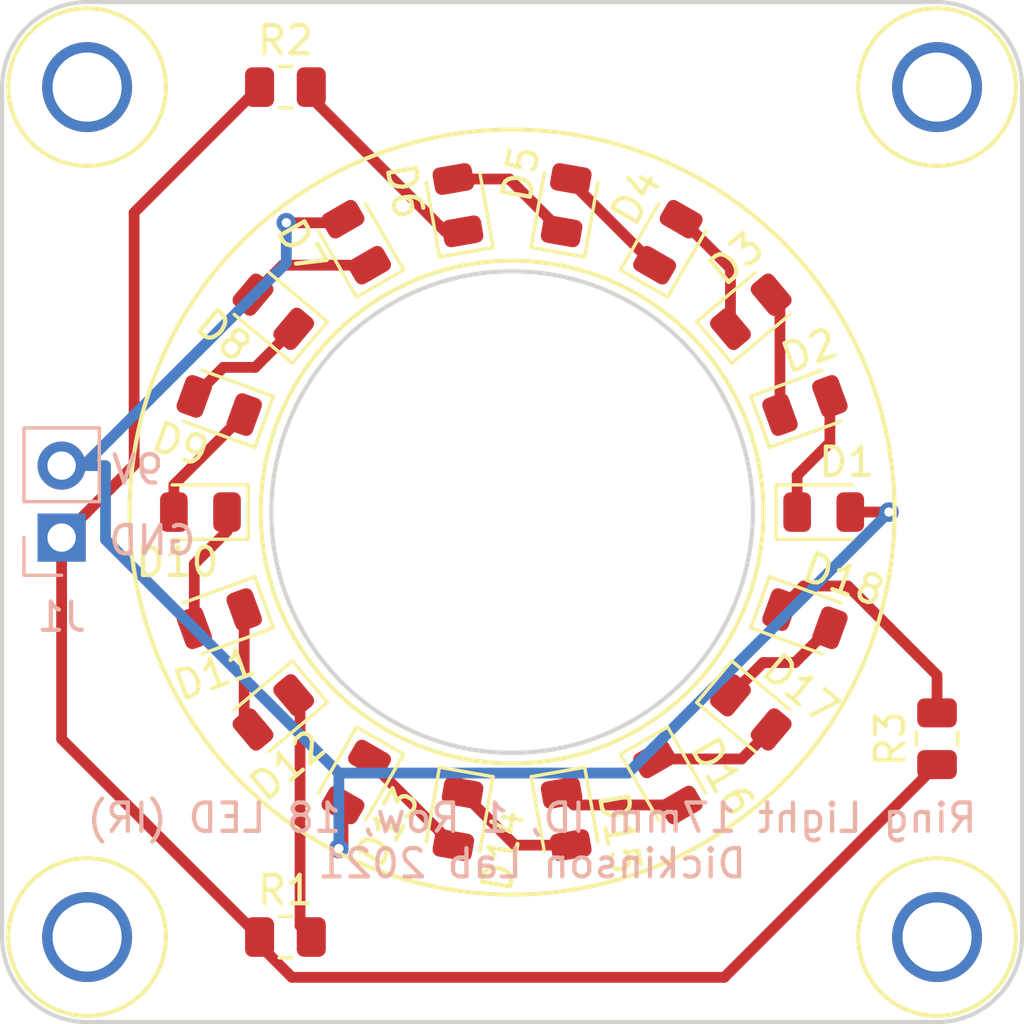
<source format=kicad_pcb>
(kicad_pcb (version 20171130) (host pcbnew 5.1.9-73d0e3b20d~88~ubuntu20.10.1)

  (general
    (thickness 1.6)
    (drawings 18)
    (tracks 71)
    (zones 0)
    (modules 26)
    (nets 21)
  )

  (page A4)
  (layers
    (0 F.Cu signal)
    (31 B.Cu signal)
    (32 B.Adhes user)
    (33 F.Adhes user)
    (34 B.Paste user)
    (35 F.Paste user)
    (36 B.SilkS user)
    (37 F.SilkS user)
    (38 B.Mask user)
    (39 F.Mask user)
    (40 Dwgs.User user)
    (41 Cmts.User user)
    (42 Eco1.User user)
    (43 Eco2.User user)
    (44 Edge.Cuts user)
    (45 Margin user)
    (46 B.CrtYd user)
    (47 F.CrtYd user)
    (48 B.Fab user)
    (49 F.Fab user)
  )

  (setup
    (last_trace_width 0.381)
    (trace_clearance 0.508)
    (zone_clearance 0.508)
    (zone_45_only no)
    (trace_min 0.1524)
    (via_size 0.6858)
    (via_drill 0.3302)
    (via_min_size 0.6858)
    (via_min_drill 0.3302)
    (uvia_size 0.6858)
    (uvia_drill 0.3302)
    (uvias_allowed no)
    (uvia_min_size 0)
    (uvia_min_drill 0)
    (edge_width 0.15)
    (segment_width 0.2)
    (pcb_text_width 0.3)
    (pcb_text_size 1.5 1.5)
    (mod_edge_width 0.15)
    (mod_text_size 1 1)
    (mod_text_width 0.15)
    (pad_size 1.524 1.524)
    (pad_drill 0.762)
    (pad_to_mask_clearance 0.2)
    (solder_mask_min_width 0.25)
    (aux_axis_origin 0 0)
    (visible_elements FFFFFF7F)
    (pcbplotparams
      (layerselection 0x010fc_ffffffff)
      (usegerberextensions false)
      (usegerberattributes false)
      (usegerberadvancedattributes false)
      (creategerberjobfile false)
      (excludeedgelayer true)
      (linewidth 0.100000)
      (plotframeref false)
      (viasonmask false)
      (mode 1)
      (useauxorigin false)
      (hpglpennumber 1)
      (hpglpenspeed 20)
      (hpglpendiameter 15.000000)
      (psnegative false)
      (psa4output false)
      (plotreference true)
      (plotvalue true)
      (plotinvisibletext false)
      (padsonsilk false)
      (subtractmaskfromsilk false)
      (outputformat 1)
      (mirror false)
      (drillshape 0)
      (scaleselection 1)
      (outputdirectory "gerber_v0p1/"))
  )

  (net 0 "")
  (net 1 "Net-(D1-Pad1)")
  (net 2 "Net-(D1-Pad2)")
  (net 3 "Net-(D2-Pad1)")
  (net 4 "Net-(D3-Pad1)")
  (net 5 "Net-(D4-Pad1)")
  (net 6 "Net-(D5-Pad1)")
  (net 7 "Net-(D6-Pad1)")
  (net 8 "Net-(D7-Pad1)")
  (net 9 "Net-(D8-Pad1)")
  (net 10 "Net-(D10-Pad2)")
  (net 11 "Net-(D10-Pad1)")
  (net 12 "Net-(D11-Pad1)")
  (net 13 "Net-(D12-Pad1)")
  (net 14 "Net-(D13-Pad1)")
  (net 15 "Net-(D14-Pad1)")
  (net 16 "Net-(D15-Pad1)")
  (net 17 "Net-(D16-Pad1)")
  (net 18 "Net-(D17-Pad1)")
  (net 19 "Net-(D18-Pad1)")
  (net 20 GND)

  (net_class Default "This is the default net class."
    (clearance 0.508)
    (trace_width 0.381)
    (via_dia 0.6858)
    (via_drill 0.3302)
    (uvia_dia 0.6858)
    (uvia_drill 0.3302)
    (add_net GND)
    (add_net "Net-(D1-Pad1)")
    (add_net "Net-(D1-Pad2)")
    (add_net "Net-(D10-Pad1)")
    (add_net "Net-(D10-Pad2)")
    (add_net "Net-(D11-Pad1)")
    (add_net "Net-(D12-Pad1)")
    (add_net "Net-(D13-Pad1)")
    (add_net "Net-(D14-Pad1)")
    (add_net "Net-(D15-Pad1)")
    (add_net "Net-(D16-Pad1)")
    (add_net "Net-(D17-Pad1)")
    (add_net "Net-(D18-Pad1)")
    (add_net "Net-(D2-Pad1)")
    (add_net "Net-(D3-Pad1)")
    (add_net "Net-(D4-Pad1)")
    (add_net "Net-(D5-Pad1)")
    (add_net "Net-(D6-Pad1)")
    (add_net "Net-(D7-Pad1)")
    (add_net "Net-(D8-Pad1)")
  )

  (module mount_hole_4-40:MOUNT_HOLE_4-40 (layer F.Cu) (tedit 5B1171D5) (tstamp 614184CE)
    (at 35.8 65.8)
    (fp_text reference M4 (at 0 2.54) (layer F.SilkS) hide
      (effects (font (size 1.016 1.016) (thickness 0.2032)))
    )
    (fp_text value MOUNT_HOLE_4-40 (at 0 -2.794) (layer F.Fab) hide
      (effects (font (size 1.016 1.016) (thickness 0.2032)))
    )
    (pad 1 thru_hole circle (at 0 0) (size 3.175 3.175) (drill 2.4384) (layers *.Cu *.Mask))
  )

  (module mount_hole_4-40:MOUNT_HOLE_4-40 (layer F.Cu) (tedit 5B1171D5) (tstamp 614184BD)
    (at 65.8 65.8)
    (fp_text reference M3 (at 0 2.54) (layer F.SilkS) hide
      (effects (font (size 1.016 1.016) (thickness 0.2032)))
    )
    (fp_text value MOUNT_HOLE_4-40 (at 0 -2.794) (layer F.Fab) hide
      (effects (font (size 1.016 1.016) (thickness 0.2032)))
    )
    (pad 1 thru_hole circle (at 0 0) (size 3.175 3.175) (drill 2.4384) (layers *.Cu *.Mask))
  )

  (module mount_hole_4-40:MOUNT_HOLE_4-40 (layer F.Cu) (tedit 5B1171D5) (tstamp 614184AC)
    (at 65.8 35.8)
    (fp_text reference M2 (at 0 2.54) (layer F.SilkS) hide
      (effects (font (size 1.016 1.016) (thickness 0.2032)))
    )
    (fp_text value MOUNT_HOLE_4-40 (at 0 -2.794) (layer F.Fab) hide
      (effects (font (size 1.016 1.016) (thickness 0.2032)))
    )
    (pad 1 thru_hole circle (at 0 0) (size 3.175 3.175) (drill 2.4384) (layers *.Cu *.Mask))
  )

  (module mount_hole_4-40:MOUNT_HOLE_4-40 (layer F.Cu) (tedit 5B1171D5) (tstamp 6141849B)
    (at 35.8 35.8)
    (fp_text reference M1 (at 0 2.54) (layer F.SilkS) hide
      (effects (font (size 1.016 1.016) (thickness 0.2032)))
    )
    (fp_text value MOUNT_HOLE_4-40 (at 0 -2.794) (layer F.Fab) hide
      (effects (font (size 1.016 1.016) (thickness 0.2032)))
    )
    (pad 1 thru_hole circle (at 0 0) (size 3.175 3.175) (drill 2.4384) (layers *.Cu *.Mask))
  )

  (module LED_SMD:LED_0805_2012Metric (layer F.Cu) (tedit 5F68FEF1) (tstamp 61417DA3)
    (at 61.8 50.8)
    (descr "LED SMD 0805 (2012 Metric), square (rectangular) end terminal, IPC_7351 nominal, (Body size source: https://docs.google.com/spreadsheets/d/1BsfQQcO9C6DZCsRaXUlFlo91Tg2WpOkGARC1WS5S8t0/edit?usp=sharing), generated with kicad-footprint-generator")
    (tags LED)
    (path /5B089FC0)
    (attr smd)
    (fp_text reference D1 (at 0.813675 -1.765566) (layer F.SilkS)
      (effects (font (size 1 1) (thickness 0.15)))
    )
    (fp_text value LED (at 0 1.65) (layer F.Fab) hide
      (effects (font (size 1 1) (thickness 0.15)))
    )
    (fp_line (start 1.68 0.95) (end -1.68 0.95) (layer F.CrtYd) (width 0.05))
    (fp_line (start 1.68 -0.95) (end 1.68 0.95) (layer F.CrtYd) (width 0.05))
    (fp_line (start -1.68 -0.95) (end 1.68 -0.95) (layer F.CrtYd) (width 0.05))
    (fp_line (start -1.68 0.95) (end -1.68 -0.95) (layer F.CrtYd) (width 0.05))
    (fp_line (start -1.685 0.96) (end 1 0.96) (layer F.SilkS) (width 0.12))
    (fp_line (start -1.685 -0.96) (end -1.685 0.96) (layer F.SilkS) (width 0.12))
    (fp_line (start 1 -0.96) (end -1.685 -0.96) (layer F.SilkS) (width 0.12))
    (fp_line (start 1 0.6) (end 1 -0.6) (layer F.Fab) (width 0.1))
    (fp_line (start -1 0.6) (end 1 0.6) (layer F.Fab) (width 0.1))
    (fp_line (start -1 -0.3) (end -1 0.6) (layer F.Fab) (width 0.1))
    (fp_line (start -0.7 -0.6) (end -1 -0.3) (layer F.Fab) (width 0.1))
    (fp_line (start 1 -0.6) (end -0.7 -0.6) (layer F.Fab) (width 0.1))
    (fp_text user %R (at 0 0) (layer F.Fab)
      (effects (font (size 0.5 0.5) (thickness 0.08)))
    )
    (pad 1 smd roundrect (at -0.9375 0) (size 0.975 1.4) (layers F.Cu F.Paste F.Mask) (roundrect_rratio 0.25)
      (net 1 "Net-(D1-Pad1)"))
    (pad 2 smd roundrect (at 0.9375 0) (size 0.975 1.4) (layers F.Cu F.Paste F.Mask) (roundrect_rratio 0.25)
      (net 2 "Net-(D1-Pad2)"))
    (model ${KISYS3DMOD}/LED_SMD.3dshapes/LED_0805_2012Metric.wrl
      (at (xyz 0 0 0))
      (scale (xyz 1 1 1))
      (rotate (xyz 0 0 0))
    )
  )

  (module LED_SMD:LED_0805_2012Metric (layer F.Cu) (tedit 5F68FEF1) (tstamp 61417DB6)
    (at 61.1366 47.0378 20)
    (descr "LED SMD 0805 (2012 Metric), square (rectangular) end terminal, IPC_7351 nominal, (Body size source: https://docs.google.com/spreadsheets/d/1BsfQQcO9C6DZCsRaXUlFlo91Tg2WpOkGARC1WS5S8t0/edit?usp=sharing), generated with kicad-footprint-generator")
    (tags LED)
    (path /5B08B467)
    (attr smd)
    (fp_text reference D2 (at 0.813676 -1.765566 20) (layer F.SilkS)
      (effects (font (size 1 1) (thickness 0.15)))
    )
    (fp_text value LED (at 0 1.65 20) (layer F.Fab) hide
      (effects (font (size 1 1) (thickness 0.15)))
    )
    (fp_line (start 1 -0.6) (end -0.7 -0.6) (layer F.Fab) (width 0.1))
    (fp_line (start -0.7 -0.6) (end -1 -0.3) (layer F.Fab) (width 0.1))
    (fp_line (start -1 -0.3) (end -1 0.6) (layer F.Fab) (width 0.1))
    (fp_line (start -1 0.6) (end 1 0.6) (layer F.Fab) (width 0.1))
    (fp_line (start 1 0.6) (end 1 -0.6) (layer F.Fab) (width 0.1))
    (fp_line (start 1 -0.96) (end -1.685 -0.96) (layer F.SilkS) (width 0.12))
    (fp_line (start -1.685 -0.96) (end -1.685 0.96) (layer F.SilkS) (width 0.12))
    (fp_line (start -1.685 0.96) (end 1 0.96) (layer F.SilkS) (width 0.12))
    (fp_line (start -1.68 0.95) (end -1.68 -0.95) (layer F.CrtYd) (width 0.05))
    (fp_line (start -1.68 -0.95) (end 1.68 -0.95) (layer F.CrtYd) (width 0.05))
    (fp_line (start 1.68 -0.95) (end 1.68 0.95) (layer F.CrtYd) (width 0.05))
    (fp_line (start 1.68 0.95) (end -1.68 0.95) (layer F.CrtYd) (width 0.05))
    (fp_text user %R (at 0 0 20) (layer F.Fab)
      (effects (font (size 0.5 0.5) (thickness 0.08)))
    )
    (pad 2 smd roundrect (at 0.9375 0 20) (size 0.975 1.4) (layers F.Cu F.Paste F.Mask) (roundrect_rratio 0.25)
      (net 1 "Net-(D1-Pad1)"))
    (pad 1 smd roundrect (at -0.9375 0 20) (size 0.975 1.4) (layers F.Cu F.Paste F.Mask) (roundrect_rratio 0.25)
      (net 3 "Net-(D2-Pad1)"))
    (model ${KISYS3DMOD}/LED_SMD.3dshapes/LED_0805_2012Metric.wrl
      (at (xyz 0 0 0))
      (scale (xyz 1 1 1))
      (rotate (xyz 0 0 0))
    )
  )

  (module LED_SMD:LED_0805_2012Metric (layer F.Cu) (tedit 5F68FEF1) (tstamp 61417DC9)
    (at 59.2265 43.7293 40)
    (descr "LED SMD 0805 (2012 Metric), square (rectangular) end terminal, IPC_7351 nominal, (Body size source: https://docs.google.com/spreadsheets/d/1BsfQQcO9C6DZCsRaXUlFlo91Tg2WpOkGARC1WS5S8t0/edit?usp=sharing), generated with kicad-footprint-generator")
    (tags LED)
    (path /5B08B4C1)
    (attr smd)
    (fp_text reference D3 (at 0.813676 -1.765566 40) (layer F.SilkS)
      (effects (font (size 1 1) (thickness 0.15)))
    )
    (fp_text value LED (at 0 1.65 40) (layer F.Fab) hide
      (effects (font (size 1 1) (thickness 0.15)))
    )
    (fp_line (start 1.68 0.95) (end -1.68 0.95) (layer F.CrtYd) (width 0.05))
    (fp_line (start 1.68 -0.95) (end 1.68 0.95) (layer F.CrtYd) (width 0.05))
    (fp_line (start -1.68 -0.95) (end 1.68 -0.95) (layer F.CrtYd) (width 0.05))
    (fp_line (start -1.68 0.95) (end -1.68 -0.95) (layer F.CrtYd) (width 0.05))
    (fp_line (start -1.685 0.96) (end 1 0.96) (layer F.SilkS) (width 0.12))
    (fp_line (start -1.685 -0.96) (end -1.685 0.96) (layer F.SilkS) (width 0.12))
    (fp_line (start 1 -0.96) (end -1.685 -0.96) (layer F.SilkS) (width 0.12))
    (fp_line (start 1 0.6) (end 1 -0.6) (layer F.Fab) (width 0.1))
    (fp_line (start -1 0.6) (end 1 0.6) (layer F.Fab) (width 0.1))
    (fp_line (start -1 -0.3) (end -1 0.6) (layer F.Fab) (width 0.1))
    (fp_line (start -0.7 -0.6) (end -1 -0.3) (layer F.Fab) (width 0.1))
    (fp_line (start 1 -0.6) (end -0.7 -0.6) (layer F.Fab) (width 0.1))
    (fp_text user %R (at 0 0 40) (layer F.Fab)
      (effects (font (size 0.5 0.5) (thickness 0.08)))
    )
    (pad 1 smd roundrect (at -0.9375 0 40) (size 0.975 1.4) (layers F.Cu F.Paste F.Mask) (roundrect_rratio 0.25)
      (net 4 "Net-(D3-Pad1)"))
    (pad 2 smd roundrect (at 0.9375 0 40) (size 0.975 1.4) (layers F.Cu F.Paste F.Mask) (roundrect_rratio 0.25)
      (net 3 "Net-(D2-Pad1)"))
    (model ${KISYS3DMOD}/LED_SMD.3dshapes/LED_0805_2012Metric.wrl
      (at (xyz 0 0 0))
      (scale (xyz 1 1 1))
      (rotate (xyz 0 0 0))
    )
  )

  (module LED_SMD:LED_0805_2012Metric (layer F.Cu) (tedit 5F68FEF1) (tstamp 61417DDC)
    (at 56.3 41.2737 60)
    (descr "LED SMD 0805 (2012 Metric), square (rectangular) end terminal, IPC_7351 nominal, (Body size source: https://docs.google.com/spreadsheets/d/1BsfQQcO9C6DZCsRaXUlFlo91Tg2WpOkGARC1WS5S8t0/edit?usp=sharing), generated with kicad-footprint-generator")
    (tags LED)
    (path /5B08B4C7)
    (attr smd)
    (fp_text reference D4 (at 0.813676 -1.765566 60) (layer F.SilkS)
      (effects (font (size 1 1) (thickness 0.15)))
    )
    (fp_text value LED (at 0 1.65 60) (layer F.Fab) hide
      (effects (font (size 1 1) (thickness 0.15)))
    )
    (fp_line (start 1 -0.6) (end -0.7 -0.6) (layer F.Fab) (width 0.1))
    (fp_line (start -0.7 -0.6) (end -1 -0.3) (layer F.Fab) (width 0.1))
    (fp_line (start -1 -0.3) (end -1 0.6) (layer F.Fab) (width 0.1))
    (fp_line (start -1 0.6) (end 1 0.6) (layer F.Fab) (width 0.1))
    (fp_line (start 1 0.6) (end 1 -0.6) (layer F.Fab) (width 0.1))
    (fp_line (start 1 -0.96) (end -1.685 -0.96) (layer F.SilkS) (width 0.12))
    (fp_line (start -1.685 -0.96) (end -1.685 0.96) (layer F.SilkS) (width 0.12))
    (fp_line (start -1.685 0.96) (end 1 0.96) (layer F.SilkS) (width 0.12))
    (fp_line (start -1.68 0.95) (end -1.68 -0.95) (layer F.CrtYd) (width 0.05))
    (fp_line (start -1.68 -0.95) (end 1.68 -0.95) (layer F.CrtYd) (width 0.05))
    (fp_line (start 1.68 -0.95) (end 1.68 0.95) (layer F.CrtYd) (width 0.05))
    (fp_line (start 1.68 0.95) (end -1.68 0.95) (layer F.CrtYd) (width 0.05))
    (fp_text user %R (at 0 0 60) (layer F.Fab)
      (effects (font (size 0.5 0.5) (thickness 0.08)))
    )
    (pad 2 smd roundrect (at 0.9375 0 60) (size 0.975 1.4) (layers F.Cu F.Paste F.Mask) (roundrect_rratio 0.25)
      (net 4 "Net-(D3-Pad1)"))
    (pad 1 smd roundrect (at -0.9375 0 60) (size 0.975 1.4) (layers F.Cu F.Paste F.Mask) (roundrect_rratio 0.25)
      (net 5 "Net-(D4-Pad1)"))
    (model ${KISYS3DMOD}/LED_SMD.3dshapes/LED_0805_2012Metric.wrl
      (at (xyz 0 0 0))
      (scale (xyz 1 1 1))
      (rotate (xyz 0 0 0))
    )
  )

  (module LED_SMD:LED_0805_2012Metric (layer F.Cu) (tedit 5F68FEF1) (tstamp 61417DEF)
    (at 52.7101 39.9671 80)
    (descr "LED SMD 0805 (2012 Metric), square (rectangular) end terminal, IPC_7351 nominal, (Body size source: https://docs.google.com/spreadsheets/d/1BsfQQcO9C6DZCsRaXUlFlo91Tg2WpOkGARC1WS5S8t0/edit?usp=sharing), generated with kicad-footprint-generator")
    (tags LED)
    (path /5B08B749)
    (attr smd)
    (fp_text reference D5 (at 0.813675 -1.765565 80) (layer F.SilkS)
      (effects (font (size 1 1) (thickness 0.15)))
    )
    (fp_text value LED (at 0 1.65 80) (layer F.Fab) hide
      (effects (font (size 1 1) (thickness 0.15)))
    )
    (fp_line (start 1.68 0.95) (end -1.68 0.95) (layer F.CrtYd) (width 0.05))
    (fp_line (start 1.68 -0.95) (end 1.68 0.95) (layer F.CrtYd) (width 0.05))
    (fp_line (start -1.68 -0.95) (end 1.68 -0.95) (layer F.CrtYd) (width 0.05))
    (fp_line (start -1.68 0.95) (end -1.68 -0.95) (layer F.CrtYd) (width 0.05))
    (fp_line (start -1.685 0.96) (end 1 0.96) (layer F.SilkS) (width 0.12))
    (fp_line (start -1.685 -0.96) (end -1.685 0.96) (layer F.SilkS) (width 0.12))
    (fp_line (start 1 -0.96) (end -1.685 -0.96) (layer F.SilkS) (width 0.12))
    (fp_line (start 1 0.6) (end 1 -0.6) (layer F.Fab) (width 0.1))
    (fp_line (start -1 0.6) (end 1 0.6) (layer F.Fab) (width 0.1))
    (fp_line (start -1 -0.3) (end -1 0.6) (layer F.Fab) (width 0.1))
    (fp_line (start -0.7 -0.6) (end -1 -0.3) (layer F.Fab) (width 0.1))
    (fp_line (start 1 -0.6) (end -0.7 -0.6) (layer F.Fab) (width 0.1))
    (fp_text user %R (at 0 0 80) (layer F.Fab)
      (effects (font (size 0.5 0.5) (thickness 0.08)))
    )
    (pad 1 smd roundrect (at -0.9375 0 80) (size 0.975 1.4) (layers F.Cu F.Paste F.Mask) (roundrect_rratio 0.25)
      (net 6 "Net-(D5-Pad1)"))
    (pad 2 smd roundrect (at 0.9375 0 80) (size 0.975 1.4) (layers F.Cu F.Paste F.Mask) (roundrect_rratio 0.25)
      (net 5 "Net-(D4-Pad1)"))
    (model ${KISYS3DMOD}/LED_SMD.3dshapes/LED_0805_2012Metric.wrl
      (at (xyz 0 0 0))
      (scale (xyz 1 1 1))
      (rotate (xyz 0 0 0))
    )
  )

  (module LED_SMD:LED_0805_2012Metric (layer F.Cu) (tedit 5F68FEF1) (tstamp 61417E02)
    (at 48.8899 39.9671 100)
    (descr "LED SMD 0805 (2012 Metric), square (rectangular) end terminal, IPC_7351 nominal, (Body size source: https://docs.google.com/spreadsheets/d/1BsfQQcO9C6DZCsRaXUlFlo91Tg2WpOkGARC1WS5S8t0/edit?usp=sharing), generated with kicad-footprint-generator")
    (tags LED)
    (path /5B08B74F)
    (attr smd)
    (fp_text reference D6 (at 0.813676 -1.765567 100) (layer F.SilkS)
      (effects (font (size 1 1) (thickness 0.15)))
    )
    (fp_text value LED (at 0 1.65 100) (layer F.Fab) hide
      (effects (font (size 1 1) (thickness 0.15)))
    )
    (fp_line (start 1 -0.6) (end -0.7 -0.6) (layer F.Fab) (width 0.1))
    (fp_line (start -0.7 -0.6) (end -1 -0.3) (layer F.Fab) (width 0.1))
    (fp_line (start -1 -0.3) (end -1 0.6) (layer F.Fab) (width 0.1))
    (fp_line (start -1 0.6) (end 1 0.6) (layer F.Fab) (width 0.1))
    (fp_line (start 1 0.6) (end 1 -0.6) (layer F.Fab) (width 0.1))
    (fp_line (start 1 -0.96) (end -1.685 -0.96) (layer F.SilkS) (width 0.12))
    (fp_line (start -1.685 -0.96) (end -1.685 0.96) (layer F.SilkS) (width 0.12))
    (fp_line (start -1.685 0.96) (end 1 0.96) (layer F.SilkS) (width 0.12))
    (fp_line (start -1.68 0.95) (end -1.68 -0.95) (layer F.CrtYd) (width 0.05))
    (fp_line (start -1.68 -0.95) (end 1.68 -0.95) (layer F.CrtYd) (width 0.05))
    (fp_line (start 1.68 -0.95) (end 1.68 0.95) (layer F.CrtYd) (width 0.05))
    (fp_line (start 1.68 0.95) (end -1.68 0.95) (layer F.CrtYd) (width 0.05))
    (fp_text user %R (at 0 0 100) (layer F.Fab)
      (effects (font (size 0.5 0.5) (thickness 0.08)))
    )
    (pad 2 smd roundrect (at 0.9375 0 100) (size 0.975 1.4) (layers F.Cu F.Paste F.Mask) (roundrect_rratio 0.25)
      (net 6 "Net-(D5-Pad1)"))
    (pad 1 smd roundrect (at -0.9375 0 100) (size 0.975 1.4) (layers F.Cu F.Paste F.Mask) (roundrect_rratio 0.25)
      (net 7 "Net-(D6-Pad1)"))
    (model ${KISYS3DMOD}/LED_SMD.3dshapes/LED_0805_2012Metric.wrl
      (at (xyz 0 0 0))
      (scale (xyz 1 1 1))
      (rotate (xyz 0 0 0))
    )
  )

  (module LED_SMD:LED_0805_2012Metric (layer F.Cu) (tedit 5F68FEF1) (tstamp 61417E15)
    (at 45.3 41.2737 120)
    (descr "LED SMD 0805 (2012 Metric), square (rectangular) end terminal, IPC_7351 nominal, (Body size source: https://docs.google.com/spreadsheets/d/1BsfQQcO9C6DZCsRaXUlFlo91Tg2WpOkGARC1WS5S8t0/edit?usp=sharing), generated with kicad-footprint-generator")
    (tags LED)
    (path /5B08B755)
    (attr smd)
    (fp_text reference D7 (at 0.813676 -1.765566 120) (layer F.SilkS)
      (effects (font (size 1 1) (thickness 0.15)))
    )
    (fp_text value LED (at 0 1.65 120) (layer F.Fab) hide
      (effects (font (size 1 1) (thickness 0.15)))
    )
    (fp_line (start 1.68 0.95) (end -1.68 0.95) (layer F.CrtYd) (width 0.05))
    (fp_line (start 1.68 -0.95) (end 1.68 0.95) (layer F.CrtYd) (width 0.05))
    (fp_line (start -1.68 -0.95) (end 1.68 -0.95) (layer F.CrtYd) (width 0.05))
    (fp_line (start -1.68 0.95) (end -1.68 -0.95) (layer F.CrtYd) (width 0.05))
    (fp_line (start -1.685 0.96) (end 1 0.96) (layer F.SilkS) (width 0.12))
    (fp_line (start -1.685 -0.96) (end -1.685 0.96) (layer F.SilkS) (width 0.12))
    (fp_line (start 1 -0.96) (end -1.685 -0.96) (layer F.SilkS) (width 0.12))
    (fp_line (start 1 0.6) (end 1 -0.6) (layer F.Fab) (width 0.1))
    (fp_line (start -1 0.6) (end 1 0.6) (layer F.Fab) (width 0.1))
    (fp_line (start -1 -0.3) (end -1 0.6) (layer F.Fab) (width 0.1))
    (fp_line (start -0.7 -0.6) (end -1 -0.3) (layer F.Fab) (width 0.1))
    (fp_line (start 1 -0.6) (end -0.7 -0.6) (layer F.Fab) (width 0.1))
    (fp_text user %R (at 0 0 120) (layer F.Fab)
      (effects (font (size 0.5 0.5) (thickness 0.08)))
    )
    (pad 1 smd roundrect (at -0.9375 0 120) (size 0.975 1.4) (layers F.Cu F.Paste F.Mask) (roundrect_rratio 0.25)
      (net 8 "Net-(D7-Pad1)"))
    (pad 2 smd roundrect (at 0.9375 0 120) (size 0.975 1.4) (layers F.Cu F.Paste F.Mask) (roundrect_rratio 0.25)
      (net 2 "Net-(D1-Pad2)"))
    (model ${KISYS3DMOD}/LED_SMD.3dshapes/LED_0805_2012Metric.wrl
      (at (xyz 0 0 0))
      (scale (xyz 1 1 1))
      (rotate (xyz 0 0 0))
    )
  )

  (module LED_SMD:LED_0805_2012Metric (layer F.Cu) (tedit 5F68FEF1) (tstamp 61417E28)
    (at 42.3735 43.7293 140)
    (descr "LED SMD 0805 (2012 Metric), square (rectangular) end terminal, IPC_7351 nominal, (Body size source: https://docs.google.com/spreadsheets/d/1BsfQQcO9C6DZCsRaXUlFlo91Tg2WpOkGARC1WS5S8t0/edit?usp=sharing), generated with kicad-footprint-generator")
    (tags LED)
    (path /5B08B75B)
    (attr smd)
    (fp_text reference D8 (at 0.813676 -1.765566 140) (layer F.SilkS)
      (effects (font (size 1 1) (thickness 0.15)))
    )
    (fp_text value LED (at 0 1.65 140) (layer F.Fab) hide
      (effects (font (size 1 1) (thickness 0.15)))
    )
    (fp_line (start 1 -0.6) (end -0.7 -0.6) (layer F.Fab) (width 0.1))
    (fp_line (start -0.7 -0.6) (end -1 -0.3) (layer F.Fab) (width 0.1))
    (fp_line (start -1 -0.3) (end -1 0.6) (layer F.Fab) (width 0.1))
    (fp_line (start -1 0.6) (end 1 0.6) (layer F.Fab) (width 0.1))
    (fp_line (start 1 0.6) (end 1 -0.6) (layer F.Fab) (width 0.1))
    (fp_line (start 1 -0.96) (end -1.685 -0.96) (layer F.SilkS) (width 0.12))
    (fp_line (start -1.685 -0.96) (end -1.685 0.96) (layer F.SilkS) (width 0.12))
    (fp_line (start -1.685 0.96) (end 1 0.96) (layer F.SilkS) (width 0.12))
    (fp_line (start -1.68 0.95) (end -1.68 -0.95) (layer F.CrtYd) (width 0.05))
    (fp_line (start -1.68 -0.95) (end 1.68 -0.95) (layer F.CrtYd) (width 0.05))
    (fp_line (start 1.68 -0.95) (end 1.68 0.95) (layer F.CrtYd) (width 0.05))
    (fp_line (start 1.68 0.95) (end -1.68 0.95) (layer F.CrtYd) (width 0.05))
    (fp_text user %R (at 0 0 140) (layer F.Fab)
      (effects (font (size 0.5 0.5) (thickness 0.08)))
    )
    (pad 2 smd roundrect (at 0.9375 0 140) (size 0.975 1.4) (layers F.Cu F.Paste F.Mask) (roundrect_rratio 0.25)
      (net 8 "Net-(D7-Pad1)"))
    (pad 1 smd roundrect (at -0.9375 0 140) (size 0.975 1.4) (layers F.Cu F.Paste F.Mask) (roundrect_rratio 0.25)
      (net 9 "Net-(D8-Pad1)"))
    (model ${KISYS3DMOD}/LED_SMD.3dshapes/LED_0805_2012Metric.wrl
      (at (xyz 0 0 0))
      (scale (xyz 1 1 1))
      (rotate (xyz 0 0 0))
    )
  )

  (module LED_SMD:LED_0805_2012Metric (layer F.Cu) (tedit 5F68FEF1) (tstamp 61417E3B)
    (at 40.4634 47.0378 160)
    (descr "LED SMD 0805 (2012 Metric), square (rectangular) end terminal, IPC_7351 nominal, (Body size source: https://docs.google.com/spreadsheets/d/1BsfQQcO9C6DZCsRaXUlFlo91Tg2WpOkGARC1WS5S8t0/edit?usp=sharing), generated with kicad-footprint-generator")
    (tags LED)
    (path /5B08B9F6)
    (attr smd)
    (fp_text reference D9 (at 0.813677 -1.765565 160) (layer F.SilkS)
      (effects (font (size 1 1) (thickness 0.15)))
    )
    (fp_text value LED (at 0 1.65 160) (layer F.Fab) hide
      (effects (font (size 1 1) (thickness 0.15)))
    )
    (fp_line (start 1.68 0.95) (end -1.68 0.95) (layer F.CrtYd) (width 0.05))
    (fp_line (start 1.68 -0.95) (end 1.68 0.95) (layer F.CrtYd) (width 0.05))
    (fp_line (start -1.68 -0.95) (end 1.68 -0.95) (layer F.CrtYd) (width 0.05))
    (fp_line (start -1.68 0.95) (end -1.68 -0.95) (layer F.CrtYd) (width 0.05))
    (fp_line (start -1.685 0.96) (end 1 0.96) (layer F.SilkS) (width 0.12))
    (fp_line (start -1.685 -0.96) (end -1.685 0.96) (layer F.SilkS) (width 0.12))
    (fp_line (start 1 -0.96) (end -1.685 -0.96) (layer F.SilkS) (width 0.12))
    (fp_line (start 1 0.6) (end 1 -0.6) (layer F.Fab) (width 0.1))
    (fp_line (start -1 0.6) (end 1 0.6) (layer F.Fab) (width 0.1))
    (fp_line (start -1 -0.3) (end -1 0.6) (layer F.Fab) (width 0.1))
    (fp_line (start -0.7 -0.6) (end -1 -0.3) (layer F.Fab) (width 0.1))
    (fp_line (start 1 -0.6) (end -0.7 -0.6) (layer F.Fab) (width 0.1))
    (fp_text user %R (at 0 0 160) (layer F.Fab)
      (effects (font (size 0.5 0.5) (thickness 0.08)))
    )
    (pad 1 smd roundrect (at -0.9375 0 160) (size 0.975 1.4) (layers F.Cu F.Paste F.Mask) (roundrect_rratio 0.25)
      (net 10 "Net-(D10-Pad2)"))
    (pad 2 smd roundrect (at 0.9375 0 160) (size 0.975 1.4) (layers F.Cu F.Paste F.Mask) (roundrect_rratio 0.25)
      (net 9 "Net-(D8-Pad1)"))
    (model ${KISYS3DMOD}/LED_SMD.3dshapes/LED_0805_2012Metric.wrl
      (at (xyz 0 0 0))
      (scale (xyz 1 1 1))
      (rotate (xyz 0 0 0))
    )
  )

  (module LED_SMD:LED_0805_2012Metric (layer F.Cu) (tedit 5F68FEF1) (tstamp 61417E4E)
    (at 39.8 50.8 180)
    (descr "LED SMD 0805 (2012 Metric), square (rectangular) end terminal, IPC_7351 nominal, (Body size source: https://docs.google.com/spreadsheets/d/1BsfQQcO9C6DZCsRaXUlFlo91Tg2WpOkGARC1WS5S8t0/edit?usp=sharing), generated with kicad-footprint-generator")
    (tags LED)
    (path /5B08B9FC)
    (attr smd)
    (fp_text reference D10 (at 0.813676 -1.765565 180) (layer F.SilkS)
      (effects (font (size 1 1) (thickness 0.15)))
    )
    (fp_text value LED (at 0 1.65 180) (layer F.Fab) hide
      (effects (font (size 1 1) (thickness 0.15)))
    )
    (fp_line (start 1 -0.6) (end -0.7 -0.6) (layer F.Fab) (width 0.1))
    (fp_line (start -0.7 -0.6) (end -1 -0.3) (layer F.Fab) (width 0.1))
    (fp_line (start -1 -0.3) (end -1 0.6) (layer F.Fab) (width 0.1))
    (fp_line (start -1 0.6) (end 1 0.6) (layer F.Fab) (width 0.1))
    (fp_line (start 1 0.6) (end 1 -0.6) (layer F.Fab) (width 0.1))
    (fp_line (start 1 -0.96) (end -1.685 -0.96) (layer F.SilkS) (width 0.12))
    (fp_line (start -1.685 -0.96) (end -1.685 0.96) (layer F.SilkS) (width 0.12))
    (fp_line (start -1.685 0.96) (end 1 0.96) (layer F.SilkS) (width 0.12))
    (fp_line (start -1.68 0.95) (end -1.68 -0.95) (layer F.CrtYd) (width 0.05))
    (fp_line (start -1.68 -0.95) (end 1.68 -0.95) (layer F.CrtYd) (width 0.05))
    (fp_line (start 1.68 -0.95) (end 1.68 0.95) (layer F.CrtYd) (width 0.05))
    (fp_line (start 1.68 0.95) (end -1.68 0.95) (layer F.CrtYd) (width 0.05))
    (fp_text user %R (at 0 0 180) (layer F.Fab)
      (effects (font (size 0.5 0.5) (thickness 0.08)))
    )
    (pad 2 smd roundrect (at 0.9375 0 180) (size 0.975 1.4) (layers F.Cu F.Paste F.Mask) (roundrect_rratio 0.25)
      (net 10 "Net-(D10-Pad2)"))
    (pad 1 smd roundrect (at -0.9375 0 180) (size 0.975 1.4) (layers F.Cu F.Paste F.Mask) (roundrect_rratio 0.25)
      (net 11 "Net-(D10-Pad1)"))
    (model ${KISYS3DMOD}/LED_SMD.3dshapes/LED_0805_2012Metric.wrl
      (at (xyz 0 0 0))
      (scale (xyz 1 1 1))
      (rotate (xyz 0 0 0))
    )
  )

  (module LED_SMD:LED_0805_2012Metric (layer F.Cu) (tedit 5F68FEF1) (tstamp 61417E61)
    (at 40.4634 54.5622 200)
    (descr "LED SMD 0805 (2012 Metric), square (rectangular) end terminal, IPC_7351 nominal, (Body size source: https://docs.google.com/spreadsheets/d/1BsfQQcO9C6DZCsRaXUlFlo91Tg2WpOkGARC1WS5S8t0/edit?usp=sharing), generated with kicad-footprint-generator")
    (tags LED)
    (path /5B08BA02)
    (attr smd)
    (fp_text reference D11 (at 0.813676 -1.765566 200) (layer F.SilkS)
      (effects (font (size 1 1) (thickness 0.15)))
    )
    (fp_text value LED (at 0 1.65 200) (layer F.Fab) hide
      (effects (font (size 1 1) (thickness 0.15)))
    )
    (fp_line (start 1.68 0.95) (end -1.68 0.95) (layer F.CrtYd) (width 0.05))
    (fp_line (start 1.68 -0.95) (end 1.68 0.95) (layer F.CrtYd) (width 0.05))
    (fp_line (start -1.68 -0.95) (end 1.68 -0.95) (layer F.CrtYd) (width 0.05))
    (fp_line (start -1.68 0.95) (end -1.68 -0.95) (layer F.CrtYd) (width 0.05))
    (fp_line (start -1.685 0.96) (end 1 0.96) (layer F.SilkS) (width 0.12))
    (fp_line (start -1.685 -0.96) (end -1.685 0.96) (layer F.SilkS) (width 0.12))
    (fp_line (start 1 -0.96) (end -1.685 -0.96) (layer F.SilkS) (width 0.12))
    (fp_line (start 1 0.6) (end 1 -0.6) (layer F.Fab) (width 0.1))
    (fp_line (start -1 0.6) (end 1 0.6) (layer F.Fab) (width 0.1))
    (fp_line (start -1 -0.3) (end -1 0.6) (layer F.Fab) (width 0.1))
    (fp_line (start -0.7 -0.6) (end -1 -0.3) (layer F.Fab) (width 0.1))
    (fp_line (start 1 -0.6) (end -0.7 -0.6) (layer F.Fab) (width 0.1))
    (fp_text user %R (at 0 0 200) (layer F.Fab)
      (effects (font (size 0.5 0.5) (thickness 0.08)))
    )
    (pad 1 smd roundrect (at -0.9375 0 200) (size 0.975 1.4) (layers F.Cu F.Paste F.Mask) (roundrect_rratio 0.25)
      (net 12 "Net-(D11-Pad1)"))
    (pad 2 smd roundrect (at 0.9375 0 200) (size 0.975 1.4) (layers F.Cu F.Paste F.Mask) (roundrect_rratio 0.25)
      (net 11 "Net-(D10-Pad1)"))
    (model ${KISYS3DMOD}/LED_SMD.3dshapes/LED_0805_2012Metric.wrl
      (at (xyz 0 0 0))
      (scale (xyz 1 1 1))
      (rotate (xyz 0 0 0))
    )
  )

  (module LED_SMD:LED_0805_2012Metric (layer F.Cu) (tedit 5F68FEF1) (tstamp 61417E74)
    (at 42.3735 57.8707 220)
    (descr "LED SMD 0805 (2012 Metric), square (rectangular) end terminal, IPC_7351 nominal, (Body size source: https://docs.google.com/spreadsheets/d/1BsfQQcO9C6DZCsRaXUlFlo91Tg2WpOkGARC1WS5S8t0/edit?usp=sharing), generated with kicad-footprint-generator")
    (tags LED)
    (path /5B08BA08)
    (attr smd)
    (fp_text reference D12 (at 0.813676 -1.765566 220) (layer F.SilkS)
      (effects (font (size 1 1) (thickness 0.15)))
    )
    (fp_text value LED (at 0 1.65 220) (layer F.Fab) hide
      (effects (font (size 1 1) (thickness 0.15)))
    )
    (fp_line (start 1 -0.6) (end -0.7 -0.6) (layer F.Fab) (width 0.1))
    (fp_line (start -0.7 -0.6) (end -1 -0.3) (layer F.Fab) (width 0.1))
    (fp_line (start -1 -0.3) (end -1 0.6) (layer F.Fab) (width 0.1))
    (fp_line (start -1 0.6) (end 1 0.6) (layer F.Fab) (width 0.1))
    (fp_line (start 1 0.6) (end 1 -0.6) (layer F.Fab) (width 0.1))
    (fp_line (start 1 -0.96) (end -1.685 -0.96) (layer F.SilkS) (width 0.12))
    (fp_line (start -1.685 -0.96) (end -1.685 0.96) (layer F.SilkS) (width 0.12))
    (fp_line (start -1.685 0.96) (end 1 0.96) (layer F.SilkS) (width 0.12))
    (fp_line (start -1.68 0.95) (end -1.68 -0.95) (layer F.CrtYd) (width 0.05))
    (fp_line (start -1.68 -0.95) (end 1.68 -0.95) (layer F.CrtYd) (width 0.05))
    (fp_line (start 1.68 -0.95) (end 1.68 0.95) (layer F.CrtYd) (width 0.05))
    (fp_line (start 1.68 0.95) (end -1.68 0.95) (layer F.CrtYd) (width 0.05))
    (fp_text user %R (at 0 0 220) (layer F.Fab)
      (effects (font (size 0.5 0.5) (thickness 0.08)))
    )
    (pad 2 smd roundrect (at 0.9375 0 220) (size 0.975 1.4) (layers F.Cu F.Paste F.Mask) (roundrect_rratio 0.25)
      (net 12 "Net-(D11-Pad1)"))
    (pad 1 smd roundrect (at -0.9375 0 220) (size 0.975 1.4) (layers F.Cu F.Paste F.Mask) (roundrect_rratio 0.25)
      (net 13 "Net-(D12-Pad1)"))
    (model ${KISYS3DMOD}/LED_SMD.3dshapes/LED_0805_2012Metric.wrl
      (at (xyz 0 0 0))
      (scale (xyz 1 1 1))
      (rotate (xyz 0 0 0))
    )
  )

  (module LED_SMD:LED_0805_2012Metric (layer F.Cu) (tedit 5F68FEF1) (tstamp 61417E87)
    (at 45.3 60.3263 240)
    (descr "LED SMD 0805 (2012 Metric), square (rectangular) end terminal, IPC_7351 nominal, (Body size source: https://docs.google.com/spreadsheets/d/1BsfQQcO9C6DZCsRaXUlFlo91Tg2WpOkGARC1WS5S8t0/edit?usp=sharing), generated with kicad-footprint-generator")
    (tags LED)
    (path /6141392D)
    (attr smd)
    (fp_text reference D13 (at 0.813676 -1.765566 240) (layer F.SilkS)
      (effects (font (size 1 1) (thickness 0.15)))
    )
    (fp_text value LED (at 0 1.65 240) (layer F.Fab) hide
      (effects (font (size 1 1) (thickness 0.15)))
    )
    (fp_line (start 1.68 0.95) (end -1.68 0.95) (layer F.CrtYd) (width 0.05))
    (fp_line (start 1.68 -0.95) (end 1.68 0.95) (layer F.CrtYd) (width 0.05))
    (fp_line (start -1.68 -0.95) (end 1.68 -0.95) (layer F.CrtYd) (width 0.05))
    (fp_line (start -1.68 0.95) (end -1.68 -0.95) (layer F.CrtYd) (width 0.05))
    (fp_line (start -1.685 0.96) (end 1 0.96) (layer F.SilkS) (width 0.12))
    (fp_line (start -1.685 -0.96) (end -1.685 0.96) (layer F.SilkS) (width 0.12))
    (fp_line (start 1 -0.96) (end -1.685 -0.96) (layer F.SilkS) (width 0.12))
    (fp_line (start 1 0.6) (end 1 -0.6) (layer F.Fab) (width 0.1))
    (fp_line (start -1 0.6) (end 1 0.6) (layer F.Fab) (width 0.1))
    (fp_line (start -1 -0.3) (end -1 0.6) (layer F.Fab) (width 0.1))
    (fp_line (start -0.7 -0.6) (end -1 -0.3) (layer F.Fab) (width 0.1))
    (fp_line (start 1 -0.6) (end -0.7 -0.6) (layer F.Fab) (width 0.1))
    (fp_text user %R (at 0 0 240) (layer F.Fab)
      (effects (font (size 0.5 0.5) (thickness 0.08)))
    )
    (pad 1 smd roundrect (at -0.9375 0 240) (size 0.975 1.4) (layers F.Cu F.Paste F.Mask) (roundrect_rratio 0.25)
      (net 14 "Net-(D13-Pad1)"))
    (pad 2 smd roundrect (at 0.9375 0 240) (size 0.975 1.4) (layers F.Cu F.Paste F.Mask) (roundrect_rratio 0.25)
      (net 2 "Net-(D1-Pad2)"))
    (model ${KISYS3DMOD}/LED_SMD.3dshapes/LED_0805_2012Metric.wrl
      (at (xyz 0 0 0))
      (scale (xyz 1 1 1))
      (rotate (xyz 0 0 0))
    )
  )

  (module LED_SMD:LED_0805_2012Metric (layer F.Cu) (tedit 5F68FEF1) (tstamp 61417E9A)
    (at 48.8899 61.6329 260)
    (descr "LED SMD 0805 (2012 Metric), square (rectangular) end terminal, IPC_7351 nominal, (Body size source: https://docs.google.com/spreadsheets/d/1BsfQQcO9C6DZCsRaXUlFlo91Tg2WpOkGARC1WS5S8t0/edit?usp=sharing), generated with kicad-footprint-generator")
    (tags LED)
    (path /61413ACF)
    (attr smd)
    (fp_text reference D14 (at 0.813675 -1.765565 260) (layer F.SilkS)
      (effects (font (size 1 1) (thickness 0.15)))
    )
    (fp_text value LED (at 0 1.65 260) (layer F.Fab) hide
      (effects (font (size 1 1) (thickness 0.15)))
    )
    (fp_line (start 1 -0.6) (end -0.7 -0.6) (layer F.Fab) (width 0.1))
    (fp_line (start -0.7 -0.6) (end -1 -0.3) (layer F.Fab) (width 0.1))
    (fp_line (start -1 -0.3) (end -1 0.6) (layer F.Fab) (width 0.1))
    (fp_line (start -1 0.6) (end 1 0.6) (layer F.Fab) (width 0.1))
    (fp_line (start 1 0.6) (end 1 -0.6) (layer F.Fab) (width 0.1))
    (fp_line (start 1 -0.96) (end -1.685 -0.96) (layer F.SilkS) (width 0.12))
    (fp_line (start -1.685 -0.96) (end -1.685 0.96) (layer F.SilkS) (width 0.12))
    (fp_line (start -1.685 0.96) (end 1 0.96) (layer F.SilkS) (width 0.12))
    (fp_line (start -1.68 0.95) (end -1.68 -0.95) (layer F.CrtYd) (width 0.05))
    (fp_line (start -1.68 -0.95) (end 1.68 -0.95) (layer F.CrtYd) (width 0.05))
    (fp_line (start 1.68 -0.95) (end 1.68 0.95) (layer F.CrtYd) (width 0.05))
    (fp_line (start 1.68 0.95) (end -1.68 0.95) (layer F.CrtYd) (width 0.05))
    (fp_text user %R (at 0 0 260) (layer F.Fab)
      (effects (font (size 0.5 0.5) (thickness 0.08)))
    )
    (pad 2 smd roundrect (at 0.9375 0 260) (size 0.975 1.4) (layers F.Cu F.Paste F.Mask) (roundrect_rratio 0.25)
      (net 14 "Net-(D13-Pad1)"))
    (pad 1 smd roundrect (at -0.9375 0 260) (size 0.975 1.4) (layers F.Cu F.Paste F.Mask) (roundrect_rratio 0.25)
      (net 15 "Net-(D14-Pad1)"))
    (model ${KISYS3DMOD}/LED_SMD.3dshapes/LED_0805_2012Metric.wrl
      (at (xyz 0 0 0))
      (scale (xyz 1 1 1))
      (rotate (xyz 0 0 0))
    )
  )

  (module LED_SMD:LED_0805_2012Metric (layer F.Cu) (tedit 5F68FEF1) (tstamp 61417EAD)
    (at 52.7101 61.6329 280)
    (descr "LED SMD 0805 (2012 Metric), square (rectangular) end terminal, IPC_7351 nominal, (Body size source: https://docs.google.com/spreadsheets/d/1BsfQQcO9C6DZCsRaXUlFlo91Tg2WpOkGARC1WS5S8t0/edit?usp=sharing), generated with kicad-footprint-generator")
    (tags LED)
    (path /61413AD9)
    (attr smd)
    (fp_text reference D15 (at 0.813676 -1.765567 280) (layer F.SilkS)
      (effects (font (size 1 1) (thickness 0.15)))
    )
    (fp_text value LED (at 0 1.65 280) (layer F.Fab) hide
      (effects (font (size 1 1) (thickness 0.15)))
    )
    (fp_line (start 1.68 0.95) (end -1.68 0.95) (layer F.CrtYd) (width 0.05))
    (fp_line (start 1.68 -0.95) (end 1.68 0.95) (layer F.CrtYd) (width 0.05))
    (fp_line (start -1.68 -0.95) (end 1.68 -0.95) (layer F.CrtYd) (width 0.05))
    (fp_line (start -1.68 0.95) (end -1.68 -0.95) (layer F.CrtYd) (width 0.05))
    (fp_line (start -1.685 0.96) (end 1 0.96) (layer F.SilkS) (width 0.12))
    (fp_line (start -1.685 -0.96) (end -1.685 0.96) (layer F.SilkS) (width 0.12))
    (fp_line (start 1 -0.96) (end -1.685 -0.96) (layer F.SilkS) (width 0.12))
    (fp_line (start 1 0.6) (end 1 -0.6) (layer F.Fab) (width 0.1))
    (fp_line (start -1 0.6) (end 1 0.6) (layer F.Fab) (width 0.1))
    (fp_line (start -1 -0.3) (end -1 0.6) (layer F.Fab) (width 0.1))
    (fp_line (start -0.7 -0.6) (end -1 -0.3) (layer F.Fab) (width 0.1))
    (fp_line (start 1 -0.6) (end -0.7 -0.6) (layer F.Fab) (width 0.1))
    (fp_text user %R (at 0 0 280) (layer F.Fab)
      (effects (font (size 0.5 0.5) (thickness 0.08)))
    )
    (pad 1 smd roundrect (at -0.9375 0 280) (size 0.975 1.4) (layers F.Cu F.Paste F.Mask) (roundrect_rratio 0.25)
      (net 16 "Net-(D15-Pad1)"))
    (pad 2 smd roundrect (at 0.9375 0 280) (size 0.975 1.4) (layers F.Cu F.Paste F.Mask) (roundrect_rratio 0.25)
      (net 15 "Net-(D14-Pad1)"))
    (model ${KISYS3DMOD}/LED_SMD.3dshapes/LED_0805_2012Metric.wrl
      (at (xyz 0 0 0))
      (scale (xyz 1 1 1))
      (rotate (xyz 0 0 0))
    )
  )

  (module LED_SMD:LED_0805_2012Metric (layer F.Cu) (tedit 5F68FEF1) (tstamp 61417EC0)
    (at 56.3 60.3263 300)
    (descr "LED SMD 0805 (2012 Metric), square (rectangular) end terminal, IPC_7351 nominal, (Body size source: https://docs.google.com/spreadsheets/d/1BsfQQcO9C6DZCsRaXUlFlo91Tg2WpOkGARC1WS5S8t0/edit?usp=sharing), generated with kicad-footprint-generator")
    (tags LED)
    (path /61413AE3)
    (attr smd)
    (fp_text reference D16 (at 0.813675 -1.765565 300) (layer F.SilkS)
      (effects (font (size 1 1) (thickness 0.15)))
    )
    (fp_text value LED (at 0 1.65 300) (layer F.Fab) hide
      (effects (font (size 1 1) (thickness 0.15)))
    )
    (fp_line (start 1 -0.6) (end -0.7 -0.6) (layer F.Fab) (width 0.1))
    (fp_line (start -0.7 -0.6) (end -1 -0.3) (layer F.Fab) (width 0.1))
    (fp_line (start -1 -0.3) (end -1 0.6) (layer F.Fab) (width 0.1))
    (fp_line (start -1 0.6) (end 1 0.6) (layer F.Fab) (width 0.1))
    (fp_line (start 1 0.6) (end 1 -0.6) (layer F.Fab) (width 0.1))
    (fp_line (start 1 -0.96) (end -1.685 -0.96) (layer F.SilkS) (width 0.12))
    (fp_line (start -1.685 -0.96) (end -1.685 0.96) (layer F.SilkS) (width 0.12))
    (fp_line (start -1.685 0.96) (end 1 0.96) (layer F.SilkS) (width 0.12))
    (fp_line (start -1.68 0.95) (end -1.68 -0.95) (layer F.CrtYd) (width 0.05))
    (fp_line (start -1.68 -0.95) (end 1.68 -0.95) (layer F.CrtYd) (width 0.05))
    (fp_line (start 1.68 -0.95) (end 1.68 0.95) (layer F.CrtYd) (width 0.05))
    (fp_line (start 1.68 0.95) (end -1.68 0.95) (layer F.CrtYd) (width 0.05))
    (fp_text user %R (at 0 0 300) (layer F.Fab)
      (effects (font (size 0.5 0.5) (thickness 0.08)))
    )
    (pad 2 smd roundrect (at 0.9375 0 300) (size 0.975 1.4) (layers F.Cu F.Paste F.Mask) (roundrect_rratio 0.25)
      (net 16 "Net-(D15-Pad1)"))
    (pad 1 smd roundrect (at -0.9375 0 300) (size 0.975 1.4) (layers F.Cu F.Paste F.Mask) (roundrect_rratio 0.25)
      (net 17 "Net-(D16-Pad1)"))
    (model ${KISYS3DMOD}/LED_SMD.3dshapes/LED_0805_2012Metric.wrl
      (at (xyz 0 0 0))
      (scale (xyz 1 1 1))
      (rotate (xyz 0 0 0))
    )
  )

  (module LED_SMD:LED_0805_2012Metric (layer F.Cu) (tedit 5F68FEF1) (tstamp 61417ED3)
    (at 59.2265 57.8707 320)
    (descr "LED SMD 0805 (2012 Metric), square (rectangular) end terminal, IPC_7351 nominal, (Body size source: https://docs.google.com/spreadsheets/d/1BsfQQcO9C6DZCsRaXUlFlo91Tg2WpOkGARC1WS5S8t0/edit?usp=sharing), generated with kicad-footprint-generator")
    (tags LED)
    (path /61413AED)
    (attr smd)
    (fp_text reference D17 (at 0.813676 -1.765566 320) (layer F.SilkS)
      (effects (font (size 1 1) (thickness 0.15)))
    )
    (fp_text value LED (at 0 1.65 320) (layer F.Fab) hide
      (effects (font (size 1 1) (thickness 0.15)))
    )
    (fp_line (start 1.68 0.95) (end -1.68 0.95) (layer F.CrtYd) (width 0.05))
    (fp_line (start 1.68 -0.95) (end 1.68 0.95) (layer F.CrtYd) (width 0.05))
    (fp_line (start -1.68 -0.95) (end 1.68 -0.95) (layer F.CrtYd) (width 0.05))
    (fp_line (start -1.68 0.95) (end -1.68 -0.95) (layer F.CrtYd) (width 0.05))
    (fp_line (start -1.685 0.96) (end 1 0.96) (layer F.SilkS) (width 0.12))
    (fp_line (start -1.685 -0.96) (end -1.685 0.96) (layer F.SilkS) (width 0.12))
    (fp_line (start 1 -0.96) (end -1.685 -0.96) (layer F.SilkS) (width 0.12))
    (fp_line (start 1 0.6) (end 1 -0.6) (layer F.Fab) (width 0.1))
    (fp_line (start -1 0.6) (end 1 0.6) (layer F.Fab) (width 0.1))
    (fp_line (start -1 -0.3) (end -1 0.6) (layer F.Fab) (width 0.1))
    (fp_line (start -0.7 -0.6) (end -1 -0.3) (layer F.Fab) (width 0.1))
    (fp_line (start 1 -0.6) (end -0.7 -0.6) (layer F.Fab) (width 0.1))
    (fp_text user %R (at 0 0 320) (layer F.Fab)
      (effects (font (size 0.5 0.5) (thickness 0.08)))
    )
    (pad 1 smd roundrect (at -0.9375 0 320) (size 0.975 1.4) (layers F.Cu F.Paste F.Mask) (roundrect_rratio 0.25)
      (net 18 "Net-(D17-Pad1)"))
    (pad 2 smd roundrect (at 0.9375 0 320) (size 0.975 1.4) (layers F.Cu F.Paste F.Mask) (roundrect_rratio 0.25)
      (net 17 "Net-(D16-Pad1)"))
    (model ${KISYS3DMOD}/LED_SMD.3dshapes/LED_0805_2012Metric.wrl
      (at (xyz 0 0 0))
      (scale (xyz 1 1 1))
      (rotate (xyz 0 0 0))
    )
  )

  (module LED_SMD:LED_0805_2012Metric (layer F.Cu) (tedit 5F68FEF1) (tstamp 61417EE6)
    (at 61.1366 54.5622 340)
    (descr "LED SMD 0805 (2012 Metric), square (rectangular) end terminal, IPC_7351 nominal, (Body size source: https://docs.google.com/spreadsheets/d/1BsfQQcO9C6DZCsRaXUlFlo91Tg2WpOkGARC1WS5S8t0/edit?usp=sharing), generated with kicad-footprint-generator")
    (tags LED)
    (path /61413AF7)
    (attr smd)
    (fp_text reference D18 (at 0.813677 -1.765565 340) (layer F.SilkS)
      (effects (font (size 1 1) (thickness 0.15)))
    )
    (fp_text value LED (at 0 1.65 340) (layer F.Fab) hide
      (effects (font (size 1 1) (thickness 0.15)))
    )
    (fp_line (start 1 -0.6) (end -0.7 -0.6) (layer F.Fab) (width 0.1))
    (fp_line (start -0.7 -0.6) (end -1 -0.3) (layer F.Fab) (width 0.1))
    (fp_line (start -1 -0.3) (end -1 0.6) (layer F.Fab) (width 0.1))
    (fp_line (start -1 0.6) (end 1 0.6) (layer F.Fab) (width 0.1))
    (fp_line (start 1 0.6) (end 1 -0.6) (layer F.Fab) (width 0.1))
    (fp_line (start 1 -0.96) (end -1.685 -0.96) (layer F.SilkS) (width 0.12))
    (fp_line (start -1.685 -0.96) (end -1.685 0.96) (layer F.SilkS) (width 0.12))
    (fp_line (start -1.685 0.96) (end 1 0.96) (layer F.SilkS) (width 0.12))
    (fp_line (start -1.68 0.95) (end -1.68 -0.95) (layer F.CrtYd) (width 0.05))
    (fp_line (start -1.68 -0.95) (end 1.68 -0.95) (layer F.CrtYd) (width 0.05))
    (fp_line (start 1.68 -0.95) (end 1.68 0.95) (layer F.CrtYd) (width 0.05))
    (fp_line (start 1.68 0.95) (end -1.68 0.95) (layer F.CrtYd) (width 0.05))
    (fp_text user %R (at 0 0 340) (layer F.Fab)
      (effects (font (size 0.5 0.5) (thickness 0.08)))
    )
    (pad 2 smd roundrect (at 0.9375 0 340) (size 0.975 1.4) (layers F.Cu F.Paste F.Mask) (roundrect_rratio 0.25)
      (net 18 "Net-(D17-Pad1)"))
    (pad 1 smd roundrect (at -0.9375 0 340) (size 0.975 1.4) (layers F.Cu F.Paste F.Mask) (roundrect_rratio 0.25)
      (net 19 "Net-(D18-Pad1)"))
    (model ${KISYS3DMOD}/LED_SMD.3dshapes/LED_0805_2012Metric.wrl
      (at (xyz 0 0 0))
      (scale (xyz 1 1 1))
      (rotate (xyz 0 0 0))
    )
  )

  (module Connector_PinHeader_2.54mm:PinHeader_1x02_P2.54mm_Vertical (layer B.Cu) (tedit 59FED5CC) (tstamp 61417EFC)
    (at 34.9 51.7)
    (descr "Through hole straight pin header, 1x02, 2.54mm pitch, single row")
    (tags "Through hole pin header THT 1x02 2.54mm single row")
    (path /5B08A20D)
    (fp_text reference J1 (at 0 2.8) (layer B.SilkS)
      (effects (font (size 1 1) (thickness 0.15)) (justify mirror))
    )
    (fp_text value Conn_01x02 (at 0 -4.87) (layer B.Fab) hide
      (effects (font (size 1 1) (thickness 0.15)) (justify mirror))
    )
    (fp_line (start 1.8 1.8) (end -1.8 1.8) (layer B.CrtYd) (width 0.05))
    (fp_line (start 1.8 -4.35) (end 1.8 1.8) (layer B.CrtYd) (width 0.05))
    (fp_line (start -1.8 -4.35) (end 1.8 -4.35) (layer B.CrtYd) (width 0.05))
    (fp_line (start -1.8 1.8) (end -1.8 -4.35) (layer B.CrtYd) (width 0.05))
    (fp_line (start -1.33 1.33) (end 0 1.33) (layer B.SilkS) (width 0.12))
    (fp_line (start -1.33 0) (end -1.33 1.33) (layer B.SilkS) (width 0.12))
    (fp_line (start -1.33 -1.27) (end 1.33 -1.27) (layer B.SilkS) (width 0.12))
    (fp_line (start 1.33 -1.27) (end 1.33 -3.87) (layer B.SilkS) (width 0.12))
    (fp_line (start -1.33 -1.27) (end -1.33 -3.87) (layer B.SilkS) (width 0.12))
    (fp_line (start -1.33 -3.87) (end 1.33 -3.87) (layer B.SilkS) (width 0.12))
    (fp_line (start -1.27 0.635) (end -0.635 1.27) (layer B.Fab) (width 0.1))
    (fp_line (start -1.27 -3.81) (end -1.27 0.635) (layer B.Fab) (width 0.1))
    (fp_line (start 1.27 -3.81) (end -1.27 -3.81) (layer B.Fab) (width 0.1))
    (fp_line (start 1.27 1.27) (end 1.27 -3.81) (layer B.Fab) (width 0.1))
    (fp_line (start -0.635 1.27) (end 1.27 1.27) (layer B.Fab) (width 0.1))
    (fp_text user %R (at 0 -1.27 -90) (layer B.Fab)
      (effects (font (size 1 1) (thickness 0.15)) (justify mirror))
    )
    (pad 1 thru_hole rect (at 0 0) (size 1.7 1.7) (drill 1) (layers *.Cu *.Mask)
      (net 20 GND))
    (pad 2 thru_hole oval (at 0 -2.54) (size 1.7 1.7) (drill 1) (layers *.Cu *.Mask)
      (net 2 "Net-(D1-Pad2)"))
    (model ${KISYS3DMOD}/Connector_PinHeader_2.54mm.3dshapes/PinHeader_1x02_P2.54mm_Vertical.wrl
      (at (xyz 0 0 0))
      (scale (xyz 1 1 1))
      (rotate (xyz 0 0 0))
    )
  )

  (module Resistor_SMD:R_0805_2012Metric (layer F.Cu) (tedit 5F68FEEE) (tstamp 61417F0D)
    (at 42.8 65.8)
    (descr "Resistor SMD 0805 (2012 Metric), square (rectangular) end terminal, IPC_7351 nominal, (Body size source: IPC-SM-782 page 72, https://www.pcb-3d.com/wordpress/wp-content/uploads/ipc-sm-782a_amendment_1_and_2.pdf), generated with kicad-footprint-generator")
    (tags resistor)
    (path /5F90D952)
    (attr smd)
    (fp_text reference R1 (at 0 -1.65) (layer F.SilkS)
      (effects (font (size 1 1) (thickness 0.15)))
    )
    (fp_text value 47 (at 0 1.65) (layer F.Fab) hide
      (effects (font (size 1 1) (thickness 0.15)))
    )
    (fp_line (start 1.68 0.95) (end -1.68 0.95) (layer F.CrtYd) (width 0.05))
    (fp_line (start 1.68 -0.95) (end 1.68 0.95) (layer F.CrtYd) (width 0.05))
    (fp_line (start -1.68 -0.95) (end 1.68 -0.95) (layer F.CrtYd) (width 0.05))
    (fp_line (start -1.68 0.95) (end -1.68 -0.95) (layer F.CrtYd) (width 0.05))
    (fp_line (start -0.227064 0.735) (end 0.227064 0.735) (layer F.SilkS) (width 0.12))
    (fp_line (start -0.227064 -0.735) (end 0.227064 -0.735) (layer F.SilkS) (width 0.12))
    (fp_line (start 1 0.625) (end -1 0.625) (layer F.Fab) (width 0.1))
    (fp_line (start 1 -0.625) (end 1 0.625) (layer F.Fab) (width 0.1))
    (fp_line (start -1 -0.625) (end 1 -0.625) (layer F.Fab) (width 0.1))
    (fp_line (start -1 0.625) (end -1 -0.625) (layer F.Fab) (width 0.1))
    (fp_text user %R (at 0 0) (layer F.Fab)
      (effects (font (size 0.5 0.5) (thickness 0.08)))
    )
    (pad 1 smd roundrect (at -0.9125 0) (size 1.025 1.4) (layers F.Cu F.Paste F.Mask) (roundrect_rratio 0.243902)
      (net 20 GND))
    (pad 2 smd roundrect (at 0.9125 0) (size 1.025 1.4) (layers F.Cu F.Paste F.Mask) (roundrect_rratio 0.243902)
      (net 13 "Net-(D12-Pad1)"))
    (model ${KISYS3DMOD}/Resistor_SMD.3dshapes/R_0805_2012Metric.wrl
      (at (xyz 0 0 0))
      (scale (xyz 1 1 1))
      (rotate (xyz 0 0 0))
    )
  )

  (module Resistor_SMD:R_0805_2012Metric (layer F.Cu) (tedit 5F68FEEE) (tstamp 61417F1E)
    (at 42.8 35.8)
    (descr "Resistor SMD 0805 (2012 Metric), square (rectangular) end terminal, IPC_7351 nominal, (Body size source: IPC-SM-782 page 72, https://www.pcb-3d.com/wordpress/wp-content/uploads/ipc-sm-782a_amendment_1_and_2.pdf), generated with kicad-footprint-generator")
    (tags resistor)
    (path /5F90DAAD)
    (attr smd)
    (fp_text reference R2 (at 0 -1.65) (layer F.SilkS)
      (effects (font (size 1 1) (thickness 0.15)))
    )
    (fp_text value 47 (at 0 1.65) (layer F.Fab) hide
      (effects (font (size 1 1) (thickness 0.15)))
    )
    (fp_line (start -1 0.625) (end -1 -0.625) (layer F.Fab) (width 0.1))
    (fp_line (start -1 -0.625) (end 1 -0.625) (layer F.Fab) (width 0.1))
    (fp_line (start 1 -0.625) (end 1 0.625) (layer F.Fab) (width 0.1))
    (fp_line (start 1 0.625) (end -1 0.625) (layer F.Fab) (width 0.1))
    (fp_line (start -0.227064 -0.735) (end 0.227064 -0.735) (layer F.SilkS) (width 0.12))
    (fp_line (start -0.227064 0.735) (end 0.227064 0.735) (layer F.SilkS) (width 0.12))
    (fp_line (start -1.68 0.95) (end -1.68 -0.95) (layer F.CrtYd) (width 0.05))
    (fp_line (start -1.68 -0.95) (end 1.68 -0.95) (layer F.CrtYd) (width 0.05))
    (fp_line (start 1.68 -0.95) (end 1.68 0.95) (layer F.CrtYd) (width 0.05))
    (fp_line (start 1.68 0.95) (end -1.68 0.95) (layer F.CrtYd) (width 0.05))
    (fp_text user %R (at 0 0) (layer F.Fab)
      (effects (font (size 0.5 0.5) (thickness 0.08)))
    )
    (pad 2 smd roundrect (at 0.9125 0) (size 1.025 1.4) (layers F.Cu F.Paste F.Mask) (roundrect_rratio 0.243902)
      (net 7 "Net-(D6-Pad1)"))
    (pad 1 smd roundrect (at -0.9125 0) (size 1.025 1.4) (layers F.Cu F.Paste F.Mask) (roundrect_rratio 0.243902)
      (net 20 GND))
    (model ${KISYS3DMOD}/Resistor_SMD.3dshapes/R_0805_2012Metric.wrl
      (at (xyz 0 0 0))
      (scale (xyz 1 1 1))
      (rotate (xyz 0 0 0))
    )
  )

  (module Resistor_SMD:R_0805_2012Metric (layer F.Cu) (tedit 5F68FEEE) (tstamp 61417F2F)
    (at 65.8 58.8 90)
    (descr "Resistor SMD 0805 (2012 Metric), square (rectangular) end terminal, IPC_7351 nominal, (Body size source: IPC-SM-782 page 72, https://www.pcb-3d.com/wordpress/wp-content/uploads/ipc-sm-782a_amendment_1_and_2.pdf), generated with kicad-footprint-generator")
    (tags resistor)
    (path /61413B07)
    (attr smd)
    (fp_text reference R3 (at 0 -1.65 90) (layer F.SilkS)
      (effects (font (size 1 1) (thickness 0.15)))
    )
    (fp_text value 47 (at 0 1.65 90) (layer F.Fab) hide
      (effects (font (size 1 1) (thickness 0.15)))
    )
    (fp_line (start 1.68 0.95) (end -1.68 0.95) (layer F.CrtYd) (width 0.05))
    (fp_line (start 1.68 -0.95) (end 1.68 0.95) (layer F.CrtYd) (width 0.05))
    (fp_line (start -1.68 -0.95) (end 1.68 -0.95) (layer F.CrtYd) (width 0.05))
    (fp_line (start -1.68 0.95) (end -1.68 -0.95) (layer F.CrtYd) (width 0.05))
    (fp_line (start -0.227064 0.735) (end 0.227064 0.735) (layer F.SilkS) (width 0.12))
    (fp_line (start -0.227064 -0.735) (end 0.227064 -0.735) (layer F.SilkS) (width 0.12))
    (fp_line (start 1 0.625) (end -1 0.625) (layer F.Fab) (width 0.1))
    (fp_line (start 1 -0.625) (end 1 0.625) (layer F.Fab) (width 0.1))
    (fp_line (start -1 -0.625) (end 1 -0.625) (layer F.Fab) (width 0.1))
    (fp_line (start -1 0.625) (end -1 -0.625) (layer F.Fab) (width 0.1))
    (fp_text user %R (at 0 0 90) (layer F.Fab)
      (effects (font (size 0.5 0.5) (thickness 0.08)))
    )
    (pad 1 smd roundrect (at -0.9125 0 90) (size 1.025 1.4) (layers F.Cu F.Paste F.Mask) (roundrect_rratio 0.243902)
      (net 20 GND))
    (pad 2 smd roundrect (at 0.9125 0 90) (size 1.025 1.4) (layers F.Cu F.Paste F.Mask) (roundrect_rratio 0.243902)
      (net 19 "Net-(D18-Pad1)"))
    (model ${KISYS3DMOD}/Resistor_SMD.3dshapes/R_0805_2012Metric.wrl
      (at (xyz 0 0 0))
      (scale (xyz 1 1 1))
      (rotate (xyz 0 0 0))
    )
  )

  (gr_circle (center 50.8 50.8) (end 64.3 50.8) (layer F.SilkS) (width 0.15))
  (gr_circle (center 50.8 50.8) (end 59.675 50.8) (layer F.SilkS) (width 0.15))
  (gr_text "Ring Light 17mm ID, 1 Row, 18 LED (IR)\nDickinson Lab 2021" (at 51.5 62.4) (layer B.SilkS)
    (effects (font (size 1 1) (thickness 0.15)) (justify mirror))
  )
  (gr_text "9V " (at 37.2 49.3) (layer B.SilkS)
    (effects (font (size 1 1) (thickness 0.15)) (justify mirror))
  )
  (gr_text GND (at 38.1 51.8) (layer B.SilkS)
    (effects (font (size 1 1) (thickness 0.15)) (justify mirror))
  )
  (gr_line (start 35.8 32.8) (end 65.8 32.8) (layer Edge.Cuts) (width 0.15))
  (gr_line (start 32.8 35.8) (end 32.8 65.8) (layer Edge.Cuts) (width 0.15))
  (gr_arc (start 35.8 65.8) (end 32.8 65.8) (angle -90) (layer Edge.Cuts) (width 0.15))
  (gr_arc (start 65.8 65.8) (end 65.8 68.8) (angle -90) (layer Edge.Cuts) (width 0.15))
  (gr_arc (start 65.8 35.8) (end 68.8 35.8) (angle -90) (layer Edge.Cuts) (width 0.15))
  (gr_arc (start 35.8 35.8) (end 35.8 32.8) (angle -90) (layer Edge.Cuts) (width 0.15))
  (gr_circle (center 35.8 65.8) (end 38.5813 65.8) (layer F.SilkS) (width 0.15) (tstamp 61418576))
  (gr_circle (center 65.8 65.8) (end 68.5813 65.8) (layer F.SilkS) (width 0.15) (tstamp 61418572))
  (gr_circle (center 65.8 35.8) (end 68.5813 35.8) (layer F.SilkS) (width 0.15) (tstamp 61418570))
  (gr_circle (center 35.8 35.8) (end 38.5813 35.8) (layer F.SilkS) (width 0.15))
  (gr_line (start 68.8 35.8) (end 68.8 65.8) (layer Edge.Cuts) (width 0.15))
  (gr_line (start 65.8 68.8) (end 35.8 68.8) (layer Edge.Cuts) (width 0.15))
  (gr_circle (center 50.8 50.8) (end 59.3 50.8) (layer Edge.Cuts) (width 0.15))

  (segment (start 62.0176 46.7172) (end 62.0176 48.3467) (width 0.381) (layer F.Cu) (net 1))
  (segment (start 62.0176 48.3467) (end 60.8625 49.5018) (width 0.381) (layer F.Cu) (net 1))
  (segment (start 60.8625 49.5018) (end 60.8625 50.8) (width 0.381) (layer F.Cu) (net 1))
  (segment (start 42.8311 40.588) (end 44.7051 40.588) (width 0.381) (layer F.Cu) (net 2))
  (segment (start 44.7051 40.588) (end 44.8313 40.4618) (width 0.381) (layer F.Cu) (net 2))
  (segment (start 35.6744 49.16) (end 42.8311 42.0033) (width 0.381) (layer B.Cu) (net 2))
  (segment (start 42.8311 42.0033) (end 42.8311 40.588) (width 0.381) (layer B.Cu) (net 2))
  (segment (start 35.6744 49.16) (end 36.4488 49.16) (width 0.381) (layer B.Cu) (net 2))
  (segment (start 34.9 49.16) (end 35.6744 49.16) (width 0.381) (layer B.Cu) (net 2))
  (segment (start 44.6856 60.0117) (end 44.6856 62.679) (width 0.381) (layer B.Cu) (net 2))
  (segment (start 64.103 50.7995) (end 54.8908 60.0117) (width 0.381) (layer B.Cu) (net 2))
  (segment (start 54.8908 60.0117) (end 44.6856 60.0117) (width 0.381) (layer B.Cu) (net 2))
  (segment (start 36.4488 49.16) (end 36.4488 51.7749) (width 0.381) (layer B.Cu) (net 2))
  (segment (start 36.4488 51.7749) (end 44.6856 60.0117) (width 0.381) (layer B.Cu) (net 2))
  (segment (start 44.8312 61.1382) (end 44.8312 62.5334) (width 0.381) (layer F.Cu) (net 2))
  (segment (start 44.8312 62.5334) (end 44.6856 62.679) (width 0.381) (layer F.Cu) (net 2))
  (segment (start 64.103 50.7995) (end 62.738 50.7995) (width 0.381) (layer F.Cu) (net 2))
  (segment (start 62.738 50.7995) (end 62.7375 50.8) (width 0.381) (layer F.Cu) (net 2))
  (via (at 42.8311 40.588) (size 0.6858) (layers F.Cu B.Cu) (net 2))
  (via (at 44.6856 62.679) (size 0.6858) (layers F.Cu B.Cu) (net 2))
  (via (at 64.103 50.7995) (size 0.6858) (layers F.Cu B.Cu) (net 2))
  (segment (start 60.2556 47.3584) (end 60.2556 43.4376) (width 0.381) (layer F.Cu) (net 3))
  (segment (start 60.2556 43.4376) (end 59.9447 43.1267) (width 0.381) (layer F.Cu) (net 3))
  (segment (start 56.7688 40.4618) (end 58.5083 42.2013) (width 0.381) (layer F.Cu) (net 4))
  (segment (start 58.5083 42.2013) (end 58.5083 44.3319) (width 0.381) (layer F.Cu) (net 4))
  (segment (start 55.8312 42.0856) (end 52.8729 39.1273) (width 0.381) (layer F.Cu) (net 5))
  (segment (start 52.8729 39.1273) (end 52.8729 39.0438) (width 0.381) (layer F.Cu) (net 5))
  (segment (start 48.7271 39.0438) (end 50.7007 39.0438) (width 0.381) (layer F.Cu) (net 6))
  (segment (start 50.7007 39.0438) (end 52.5473 40.8904) (width 0.381) (layer F.Cu) (net 6))
  (segment (start 43.7125 35.8) (end 43.7125 36.1712) (width 0.381) (layer F.Cu) (net 7))
  (segment (start 43.7125 36.1712) (end 48.4317 40.8904) (width 0.381) (layer F.Cu) (net 7))
  (segment (start 48.4317 40.8904) (end 49.0527 40.8904) (width 0.381) (layer F.Cu) (net 7))
  (segment (start 41.6553 43.1267) (end 42.6964 42.0856) (width 0.381) (layer F.Cu) (net 8))
  (segment (start 42.6964 42.0856) (end 45.7687 42.0856) (width 0.381) (layer F.Cu) (net 8))
  (segment (start 43.0917 44.3319) (end 41.731 45.6926) (width 0.381) (layer F.Cu) (net 9))
  (segment (start 41.731 45.6926) (end 40.607 45.6926) (width 0.381) (layer F.Cu) (net 9))
  (segment (start 40.607 45.6926) (end 39.5824 46.7172) (width 0.381) (layer F.Cu) (net 9))
  (segment (start 38.8625 50.8) (end 38.8625 49.8403) (width 0.381) (layer F.Cu) (net 10))
  (segment (start 38.8625 49.8403) (end 41.3444 47.3584) (width 0.381) (layer F.Cu) (net 10))
  (segment (start 40.7375 50.8) (end 40.7375 51.478) (width 0.381) (layer F.Cu) (net 11))
  (segment (start 40.7375 51.478) (end 39.5824 52.6331) (width 0.381) (layer F.Cu) (net 11))
  (segment (start 39.5824 52.6331) (end 39.5824 54.8828) (width 0.381) (layer F.Cu) (net 11))
  (segment (start 41.6553 58.4733) (end 41.3444 58.1624) (width 0.381) (layer F.Cu) (net 12))
  (segment (start 41.3444 58.1624) (end 41.3444 54.2416) (width 0.381) (layer F.Cu) (net 12))
  (segment (start 43.7125 65.8) (end 43.3166 65.4041) (width 0.381) (layer F.Cu) (net 13))
  (segment (start 43.3166 65.4041) (end 43.3166 57.493) (width 0.381) (layer F.Cu) (net 13))
  (segment (start 43.3166 57.493) (end 43.0917 57.2681) (width 0.381) (layer F.Cu) (net 13))
  (segment (start 48.7271 62.5562) (end 45.7688 59.5979) (width 0.381) (layer F.Cu) (net 14))
  (segment (start 45.7688 59.5979) (end 45.7688 59.5144) (width 0.381) (layer F.Cu) (net 14))
  (segment (start 52.8729 62.5562) (end 50.8993 62.5562) (width 0.381) (layer F.Cu) (net 15))
  (segment (start 50.8993 62.5562) (end 49.0527 60.7096) (width 0.381) (layer F.Cu) (net 15))
  (segment (start 56.7688 61.1382) (end 52.9759 61.1382) (width 0.381) (layer F.Cu) (net 16))
  (segment (start 52.9759 61.1382) (end 52.5473 60.7096) (width 0.381) (layer F.Cu) (net 16))
  (segment (start 55.8312 59.5144) (end 58.9036 59.5144) (width 0.381) (layer F.Cu) (net 17))
  (segment (start 58.9036 59.5144) (end 59.9447 58.4733) (width 0.381) (layer F.Cu) (net 17))
  (segment (start 62.0176 54.8828) (end 60.7891 56.1113) (width 0.381) (layer F.Cu) (net 18))
  (segment (start 60.7891 56.1113) (end 59.6651 56.1113) (width 0.381) (layer F.Cu) (net 18))
  (segment (start 59.6651 56.1113) (end 58.5083 57.2681) (width 0.381) (layer F.Cu) (net 18))
  (segment (start 65.8 57.8875) (end 65.8 56.5567) (width 0.381) (layer F.Cu) (net 19))
  (segment (start 65.8 56.5567) (end 62.6525 53.4092) (width 0.381) (layer F.Cu) (net 19))
  (segment (start 62.6525 53.4092) (end 61.088 53.4092) (width 0.381) (layer F.Cu) (net 19))
  (segment (start 61.088 53.4092) (end 60.2556 54.2416) (width 0.381) (layer F.Cu) (net 19))
  (segment (start 41.8875 35.8) (end 37.4607 40.2268) (width 0.381) (layer F.Cu) (net 20))
  (segment (start 37.4607 40.2268) (end 37.4607 49.1393) (width 0.381) (layer F.Cu) (net 20))
  (segment (start 37.4607 49.1393) (end 34.9 51.7) (width 0.381) (layer F.Cu) (net 20))
  (segment (start 41.8875 65.8) (end 34.9 58.8125) (width 0.381) (layer F.Cu) (net 20))
  (segment (start 34.9 58.8125) (end 34.9 51.7) (width 0.381) (layer F.Cu) (net 20))
  (segment (start 65.8 59.7125) (end 58.2903 67.2222) (width 0.381) (layer F.Cu) (net 20))
  (segment (start 58.2903 67.2222) (end 43.0287 67.2222) (width 0.381) (layer F.Cu) (net 20))
  (segment (start 43.0287 67.2222) (end 41.8875 66.081) (width 0.381) (layer F.Cu) (net 20))
  (segment (start 41.8875 66.081) (end 41.8875 65.8) (width 0.381) (layer F.Cu) (net 20))

)

</source>
